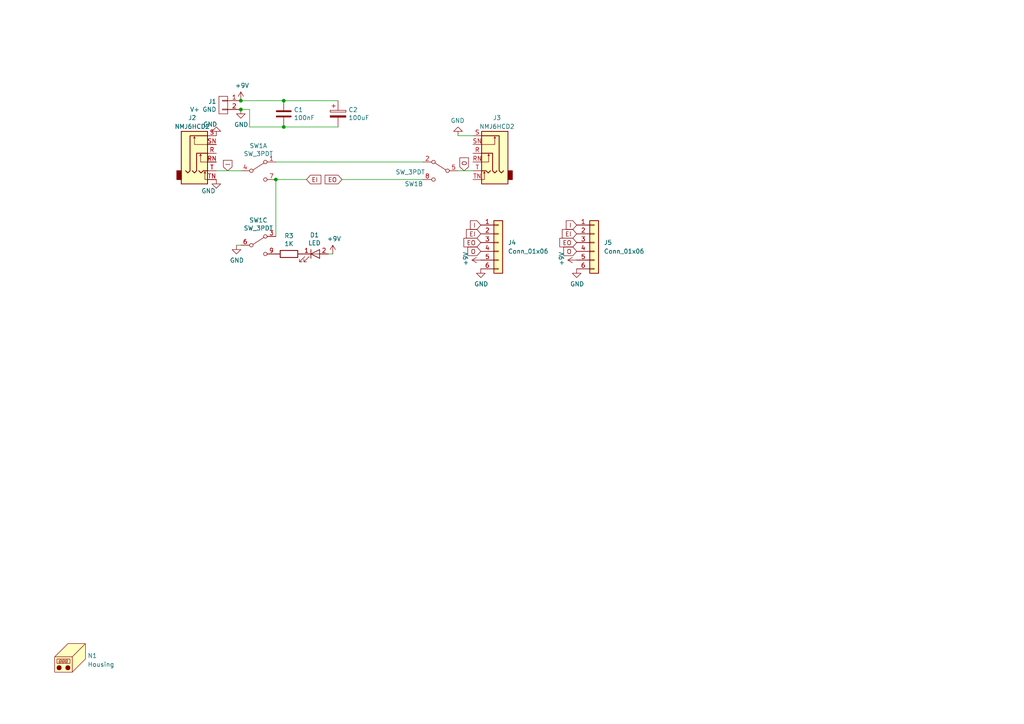
<source format=kicad_sch>
(kicad_sch (version 20230121) (generator eeschema)
  (paper "A4")
  (lib_symbols
    (symbol "1590B-rescue:C-device" (pin_numbers hide) (pin_names (offset 0.254))
      (property "Reference" "C" (at 0.635 2.54 0))
      (property "Value" "device:C" (at 0.635 -2.54 0))
      (symbol "C-device_0_1"
        (polyline (pts (xy -2.032 -0.762) (xy 2.032 -0.762)) (stroke (width 0.508)))
        (polyline (pts (xy -2.032 0.762) (xy 2.032 0.762)) (stroke (width 0.508)))
      )
      (symbol "C-device_1_1"
        (pin passive line (at 0 3.81 270) (length 2.794) (name "~") (number "1"))
        (pin passive line (at 0 -3.81 90) (length 2.794) (name "~") (number "2"))
      )
    )
    (symbol "1590B-rescue:CONN_01X02-conn" (pin_names (offset 1.016) hide)
      (property "Reference" "J" (at 0 3.81 0))
      (property "Value" "conn:CONN_01X02" (at 2.54 0 90))
      (symbol "CONN_01X02-conn_0_1"
        (rectangle (start -1.27 -1.143) (end 0.254 -1.397))
        (rectangle (start -1.27 1.397) (end 0.254 1.143))
        (rectangle (start -1.27 2.54) (end 1.27 -2.54))
      )
      (symbol "CONN_01X02-conn_1_1"
        (pin passive line (at -5.08 1.27 0) (length 3.81) (name "P1") (number "1"))
        (pin passive line (at -5.08 -1.27 0) (length 3.81) (name "P2") (number "2"))
      )
    )
    (symbol "1590B-rescue:CP-device" (pin_numbers hide) (pin_names (offset 0.254))
      (property "Reference" "C" (at 0.635 2.54 0))
      (property "Value" "device:CP" (at 0.635 -2.54 0))
      (symbol "CP-device_0_1"
        (rectangle (start -2.286 0.508) (end -2.286 1.016))
        (rectangle (start -2.286 0.508) (end 2.286 0.508))
        (polyline (pts (xy -1.778 2.286) (xy -0.762 2.286)))
        (polyline (pts (xy -1.27 2.794) (xy -1.27 1.778)))
        (rectangle (start 2.286 -0.508) (end -2.286 -1.016) (fill (type outline)))
        (rectangle (start 2.286 1.016) (end -2.286 1.016))
        (rectangle (start 2.286 1.016) (end 2.286 0.508))
      )
      (symbol "CP-device_1_1"
        (pin passive line (at 0 3.81 270) (length 2.794) (name "~") (number "1"))
        (pin passive line (at 0 -3.81 90) (length 2.794) (name "~") (number "2"))
      )
    )
    (symbol "1590B-rescue:LED-device" (pin_names (offset 1.016) hide)
      (property "Reference" "D" (at 0 2.54 0))
      (property "Value" "device:LED" (at 0 -2.54 0))
      (symbol "LED-device_0_1"
        (polyline (pts (xy -1.27 -1.27) (xy -1.27 1.27)) (stroke (width 0.2032)))
        (polyline (pts (xy -1.27 0) (xy 1.27 0)))
        (polyline (pts (xy 1.27 -1.27) (xy 1.27 1.27) (xy -1.27 0) (xy 1.27 -1.27)) (stroke (width 0.2032)))
        (polyline (pts (xy -3.048 -0.762) (xy -4.572 -2.286) (xy -3.81 -2.286) (xy -4.572 -2.286) (xy -4.572 -1.524)))
        (polyline (pts (xy -1.778 -0.762) (xy -3.302 -2.286) (xy -2.54 -2.286) (xy -3.302 -2.286) (xy -3.302 -1.524)))
      )
      (symbol "LED-device_1_1"
        (pin passive line (at -3.81 0 0) (length 2.54) (name "K") (number "1"))
        (pin passive line (at 3.81 0 180) (length 2.54) (name "A") (number "2"))
      )
    )
    (symbol "1590B-rescue:R-device" (pin_numbers hide) (pin_names (offset 0))
      (property "Reference" "R" (at 2.032 0 90))
      (property "Value" "device:R" (at 0 0 90))
      (symbol "R-device_0_1"
        (rectangle (start -1.016 -2.54) (end 1.016 2.54) (stroke (width 0.254)))
      )
      (symbol "R-device_1_1"
        (pin passive line (at 0 3.81 270) (length 1.27) (name "~") (number "1"))
        (pin passive line (at 0 -3.81 90) (length 1.27) (name "~") (number "2"))
      )
    )
    (symbol "1590B-rescue:SW_3PDT-switches" (pin_names (offset 0) hide)
      (property "Reference" "SW" (at 0 4.318 0))
      (property "Value" "switches:SW_3PDT" (at 0 -5.08 0))
      (symbol "SW_3PDT-switches_0_0"
        (circle (center -2.032 0) (radius 0.508))
        (circle (center 2.032 -2.54) (radius 0.508))
      )
      (symbol "SW_3PDT-switches_0_1"
        (polyline (pts (xy -1.524 0.254) (xy 1.651 2.286)))
        (circle (center 2.032 2.54) (radius 0.508))
      )
      (symbol "SW_3PDT-switches_1_1"
        (pin passive line (at 5.08 2.54 180) (length 2.54) (name "A") (number "1"))
        (pin passive line (at -5.08 0 0) (length 2.54) (name "B") (number "4"))
        (pin passive line (at 5.08 -2.54 180) (length 2.54) (name "C") (number "7"))
      )
      (symbol "SW_3PDT-switches_2_1"
        (pin passive line (at 5.08 2.54 180) (length 2.54) (name "A") (number "2"))
        (pin passive line (at -5.08 0 0) (length 2.54) (name "B") (number "5"))
        (pin passive line (at 5.08 -2.54 180) (length 2.54) (name "C") (number "8"))
      )
      (symbol "SW_3PDT-switches_3_1"
        (pin passive line (at 5.08 2.54 180) (length 2.54) (name "A") (number "3"))
        (pin passive line (at -5.08 0 0) (length 2.54) (name "B") (number "6"))
        (pin passive line (at 5.08 -2.54 180) (length 2.54) (name "C") (number "9"))
      )
    )
    (symbol "Connector_Audio:NMJ6HCD2"
      (property "Reference" "J" (at 0 11.43 0))
      (property "Value" "NMJ6HCD2" (at 0 8.89 0))
      (symbol "NMJ6HCD2_0_1"
        (rectangle (start -5.08 -5.08) (end -6.35 -7.62) (stroke (width 0.254)) (fill (type outline)))
        (polyline (pts (xy -1.27 4.826) (xy -1.016 4.318)))
        (polyline (pts (xy 0.508 -0.254) (xy 0.762 -0.762)))
        (polyline (pts (xy 1.778 -5.334) (xy 2.032 -5.842)))
        (polyline (pts (xy 0 -5.08) (xy 0.635 -5.715) (xy 1.27 -5.08) (xy 2.54 -5.08)) (stroke (width 0.254)))
        (polyline (pts (xy 2.54 -7.62) (xy 1.778 -7.62) (xy 1.778 -5.334) (xy 1.524 -5.842)))
        (polyline (pts (xy 2.54 -2.54) (xy 0.508 -2.54) (xy 0.508 -0.254) (xy 0.254 -0.762)))
        (polyline (pts (xy 2.54 2.54) (xy -1.27 2.54) (xy -1.27 4.826) (xy -1.524 4.318)))
        (polyline (pts (xy -1.905 -5.08) (xy -1.27 -5.715) (xy -0.635 -5.08) (xy -0.635 0) (xy 2.54 0)) (stroke (width 0.254)))
        (polyline (pts (xy 2.54 5.08) (xy -2.54 5.08) (xy -2.54 -5.08) (xy -3.175 -5.715) (xy -3.81 -5.08)) (stroke (width 0.254)))
        (rectangle (start 2.54 6.35) (end -5.08 -8.89) (stroke (width 0.254)) (fill (type background)))
      )
      (symbol "NMJ6HCD2_1_1"
        (pin passive line (at 5.08 0 180) (length 2.54) (name "~") (number "R"))
        (pin passive line (at 5.08 -2.54 180) (length 2.54) (name "~") (number "RN"))
        (pin passive line (at 5.08 5.08 180) (length 2.54) (name "~") (number "S"))
        (pin passive line (at 5.08 2.54 180) (length 2.54) (name "~") (number "SN"))
        (pin passive line (at 5.08 -5.08 180) (length 2.54) (name "~") (number "T"))
        (pin passive line (at 5.08 -7.62 180) (length 2.54) (name "~") (number "TN"))
      )
    )
    (symbol "Connector_Generic:Conn_01x06" (pin_names (offset 1.016) hide)
      (property "Reference" "J" (at 0 7.62 0))
      (property "Value" "Conn_01x06" (at 0 -10.16 0))
      (symbol "Conn_01x06_1_1"
        (rectangle (start -1.27 -7.493) (end 0 -7.747) (stroke (width 0.1524)))
        (rectangle (start -1.27 -4.953) (end 0 -5.207) (stroke (width 0.1524)))
        (rectangle (start -1.27 -2.413) (end 0 -2.667) (stroke (width 0.1524)))
        (rectangle (start -1.27 0.127) (end 0 -0.127) (stroke (width 0.1524)))
        (rectangle (start -1.27 2.667) (end 0 2.413) (stroke (width 0.1524)))
        (rectangle (start -1.27 5.207) (end 0 4.953) (stroke (width 0.1524)))
        (rectangle (start -1.27 6.35) (end 1.27 -8.89) (stroke (width 0.254)) (fill (type background)))
        (pin passive line (at -5.08 5.08 0) (length 3.81) (name "Pin_1") (number "1"))
        (pin passive line (at -5.08 2.54 0) (length 3.81) (name "Pin_2") (number "2"))
        (pin passive line (at -5.08 0 0) (length 3.81) (name "Pin_3") (number "3"))
        (pin passive line (at -5.08 -2.54 0) (length 3.81) (name "Pin_4") (number "4"))
        (pin passive line (at -5.08 -5.08 0) (length 3.81) (name "Pin_5") (number "5"))
        (pin passive line (at -5.08 -7.62 0) (length 3.81) (name "Pin_6") (number "6"))
      )
    )
    (symbol "Mechanical:Housing" (pin_names (offset 1.016))
      (property "Reference" "N" (at 3.81 0 0))
      (property "Value" "Housing" (at 3.81 -1.905 0))
      (symbol "Housing_0_1"
        (rectangle (start -5.08 -0.635) (end -1.27 -1.905))
        (circle (center -4.445 -3.175) (radius 0.635) (fill (type outline)))
        (circle (center -1.905 -3.175) (radius 0.635) (fill (type outline)))
        (polyline (pts (xy -4.5212 -1.5748) (xy -4.4704 -1.3716)))
        (polyline (pts (xy -4.4196 -1.6764) (xy -4.064 -1.6764)))
        (polyline (pts (xy -4.4196 -1.2192) (xy -4.3688 -0.9652)))
        (polyline (pts (xy -4.318 -1.3208) (xy -4.0132 -1.3208)))
        (polyline (pts (xy -4.2164 -0.9144) (xy -3.9116 -0.9144)))
        (polyline (pts (xy -3.9116 -1.6256) (xy -3.8608 -1.3716)))
        (polyline (pts (xy -3.81 -1.2192) (xy -3.7592 -0.9652)))
        (polyline (pts (xy -3.6068 -1.5748) (xy -3.556 -1.3716)))
        (polyline (pts (xy -3.5052 -1.6764) (xy -3.1496 -1.6764)))
        (polyline (pts (xy -3.5052 -1.2192) (xy -3.4544 -0.9652)))
        (polyline (pts (xy -3.4036 -1.3208) (xy -3.0988 -1.3208)))
        (polyline (pts (xy -3.302 -0.9144) (xy -2.9972 -0.9144)))
        (polyline (pts (xy -2.9972 -1.6256) (xy -2.9464 -1.3716)))
        (polyline (pts (xy -2.8956 -1.2192) (xy -2.8448 -0.9652)))
        (polyline (pts (xy -2.6924 -1.5748) (xy -2.6416 -1.3716)))
        (polyline (pts (xy -2.5908 -1.6764) (xy -2.2352 -1.6764)))
        (polyline (pts (xy -2.5908 -1.2192) (xy -2.54 -0.9652)))
        (polyline (pts (xy -2.4892 -1.3208) (xy -2.1844 -1.3208)))
        (polyline (pts (xy -2.3876 -0.9144) (xy -2.0828 -0.9144)))
        (polyline (pts (xy -2.0828 -1.6256) (xy -2.032 -1.3716)))
        (polyline (pts (xy -1.9812 -1.2192) (xy -1.9304 -0.9652)))
        (polyline (pts (xy -0.635 0) (xy -0.635 -4.445)))
        (polyline (pts (xy -5.715 0) (xy -0.635 0) (xy 3.175 3.81)))
        (polyline (pts (xy -5.715 0) (xy -5.715 -4.445) (xy -0.635 -4.445) (xy 3.175 -0.635) (xy 3.175 3.81) (xy -1.905 3.81) (xy -5.715 0)) (fill (type background)))
      )
    )
    (symbol "power:+9V" (power) (pin_names (offset 0))
      (property "Value" "+9V" (at 0 3.556 0))
      (symbol "+9V_0_1"
        (polyline (pts (xy -0.762 1.27) (xy 0 2.54)))
        (polyline (pts (xy 0 0) (xy 0 2.54)))
        (polyline (pts (xy 0 2.54) (xy 0.762 1.27)))
      )
      (symbol "+9V_1_1"
        (pin power_in line (at 0 0 90) (length 0) hide (name "+9V") (number "1"))
      )
    )
    (symbol "power:GND" (power) (pin_names (offset 0))
      (property "Value" "GND" (at 0 -3.81 0))
      (symbol "GND_0_1"
        (polyline (pts (xy 0 0) (xy 0 -1.27) (xy 1.27 -1.27) (xy 0 -2.54) (xy -1.27 -1.27) (xy 0 -1.27)))
      )
      (symbol "GND_1_1"
        (pin power_in line (at 0 0 270) (length 0) hide (name "GND") (number "1"))
      )
    )
  )
  (junction (at 82.296 29.21))
  (junction (at 80.01 52.07))
  (junction (at 69.85 31.75))
  (junction (at 82.296 36.83))
  (junction (at 69.85 29.21))
  (wire (pts (xy 72.39 36.83) (xy 82.296 36.83)))
  (wire (pts (xy 137.16 39.37) (xy 132.842 39.37)))
  (wire (pts (xy 72.39 31.75) (xy 72.39 36.83)))
  (wire (pts (xy 137.16 49.53) (xy 132.842 49.53)))
  (wire (pts (xy 62.738 49.53) (xy 69.85 49.53)))
  (wire (pts (xy 69.85 71.12) (xy 68.58 71.12)))
  (wire (pts (xy 69.85 31.75) (xy 72.39 31.75)))
  (wire (pts (xy 99.187 52.07) (xy 122.682 52.07)))
  (wire (pts (xy 82.296 36.83) (xy 98.044 36.83)))
  (wire (pts (xy 80.01 52.07) (xy 80.01 68.58)))
  (wire (pts (xy 80.01 46.99) (xy 122.682 46.99)))
  (wire (pts (xy 98.044 29.21) (xy 82.296 29.21)))
  (wire (pts (xy 69.85 29.21) (xy 82.296 29.21)))
  (wire (pts (xy 95.25 73.66) (xy 96.52 73.66)))
  (wire (pts (xy 80.01 52.07) (xy 88.9 52.07)))
  (global_label "I" (shape input) (at 139.446 65.278 180) (property "Intersheetrefs" "${INTERSHEET_REFS}" (effects hide)))
  (global_label "EI" (shape input) (at 139.446 67.818 180) (property "Intersheetrefs" "${INTERSHEET_REFS}" (effects hide)))
  (global_label "EO" (shape input) (at 99.187 52.07 180) (property "Intersheetrefs" "${INTERSHEET_REFS}" (effects hide)))
  (global_label "O" (shape input) (at 139.446 72.898 180) (property "Intersheetrefs" "${INTERSHEET_REFS}" (effects hide)))
  (global_label "I" (shape input) (at 66.04 49.53 90) (property "Intersheetrefs" "${INTERSHEET_REFS}" (effects hide)))
  (global_label "I" (shape input) (at 167.259 65.278 180) (property "Intersheetrefs" "${INTERSHEET_REFS}" (effects hide)))
  (global_label "EO" (shape input) (at 139.446 70.358 180) (property "Intersheetrefs" "${INTERSHEET_REFS}" (effects hide)))
  (global_label "O" (shape input) (at 167.259 72.898 180) (property "Intersheetrefs" "${INTERSHEET_REFS}" (effects hide)))
  (global_label "EI" (shape input) (at 167.259 67.818 180) (property "Intersheetrefs" "${INTERSHEET_REFS}" (effects hide)))
  (global_label "EI" (shape input) (at 88.9 52.07 0) (property "Intersheetrefs" "${INTERSHEET_REFS}" (effects hide)))
  (global_label "O" (shape input) (at 134.62 49.53 90) (property "Intersheetrefs" "${INTERSHEET_REFS}" (effects hide)))
  (global_label "EO" (shape input) (at 167.259 70.358 180) (property "Intersheetrefs" "${INTERSHEET_REFS}" (effects hide)))
  (symbol (lib_id "Connector_Generic:Conn_01x06") (at 172.339 70.358 0) (unit 1)
    (property "Reference" "J5" (at 175.133 70.358 0) (effects (justify left)))
    (property "Value" "Conn_01x06" (at 175.133 72.898 0) (effects (justify left)))
    (property "Footprint" "Connector_PinHeader_2.54mm:PinHeader_1x06_P2.54mm_Vertical" (effects hide))
  )
  (symbol (lib_id "power:+9V") (at 167.259 75.438 90) (unit 1)
    (property "Reference" "#PWR08" (effects hide))
    (property "Value" "+9V" (at 162.8648 75.057 0))
  )
  (symbol (lib_id "power:+9V") (at 139.446 75.438 90) (unit 1)
    (property "Reference" "#PWR08" (effects hide))
    (property "Value" "+9V" (at 135.0518 75.057 0))
    (instances (project "1590TOP" (path "" (reference "#PWR08") (unit 1)) (path "" (reference "#PWR01") (unit 1))))
  )
  (symbol (lib_id "Connector_Audio:NMJ6HCD2") (at 142.24 44.45 0) (mirror y) (unit 1)
    (property "Reference" "J3" (at 144.145 34.163 0))
    (property "Value" "NMJ6HCD2" (at 144.145 36.703 0))
    (property "Footprint" "Connector_Audio:Jack_6.35mm_Neutrik_NMJ6HCD2_Horizontal" (effects hide))
    (property "Datasheet" "https://www.neutrik.com/en/product/nmj6hcd2" (effects hide))
  )
  (symbol (lib_id "1590B-rescue:C-device") (at 82.296 33.02 180) (unit 1)
    (property "Reference" "C1" (at 85.217 31.8516 0) (effects (justify right)))
    (property "Value" "100nF" (at 85.217 34.163 0) (effects (justify right)))
    (property "Footprint" "Capacitors_ThroughHole:C_Rect_L7_W3.5_P5" (effects hide))
  )
  (symbol (lib_id "power:GND") (at 167.259 77.978 0) (unit 1)
    (property "Reference" "#PWR07" (effects hide))
    (property "Value" "GND" (at 167.386 82.3722 0))
    (instances (project "1590TOP" (path "" (reference "#PWR07") (unit 1)) (path "" (reference "#PWR09") (unit 1))))
  )
  (symbol (lib_id "1590B-rescue:SW_3PDT-switches") (at 74.93 71.12 0) (unit 3)
    (property "Reference" "SW1" (at 74.93 63.881 0))
    (property "Value" "SW_3PDT" (at 74.93 66.1924 0))
    (property "Footprint" "KiCad Lib:3PDT-Footswitch" (effects hide))
  )
  (symbol (lib_id "power:GND") (at 62.738 39.37 180) (unit 1)
    (property "Reference" "#PWR011" (effects hide))
    (property "Value" "GND" (at 60.96 36.068 0))
    (instances (project "1590TOP" (path "" (reference "#PWR011") (unit 1)) (path "" (reference "#PWR06") (unit 1))))
  )
  (symbol (lib_id "power:+9V") (at 96.52 73.66 0) (unit 1)
    (property "Reference" "#PWR08" (effects hide))
    (property "Value" "+9V" (at 96.901 69.2658 0))
    (instances (project "1590TOP" (path "" (reference "#PWR08") (unit 1)) (path "" (reference "#PWR013") (unit 1))))
  )
  (symbol (lib_id "Mechanical:Housing") (at 21.59 190.5 0) (unit 1)
    (property "Reference" "N1" (at 25.4 190.1825 0) (effects (justify left)))
    (property "Value" "Housing" (at 25.4 192.7225 0) (effects (justify left)))
    (property "Footprint" "Pedal-Components:1590B" (effects hide))
  )
  (symbol (lib_id "power:+9V") (at 69.85 29.21 0) (unit 1)
    (property "Reference" "#PWR01" (effects hide))
    (property "Value" "+9V" (at 70.231 24.8158 0))
    (instances (project "1590TOP" (path "" (reference "#PWR01") (unit 1)) (path "" (reference "#PWR04") (unit 1))))
  )
  (symbol (lib_id "1590B-rescue:CONN_01X02-conn") (at 64.77 30.48 0) (mirror y) (unit 1)
    (property "Reference" "J1" (at 62.7888 29.4386 0) (effects (justify left)))
    (property "Value" "V+ GND" (at 62.7888 31.75 0) (effects (justify left)))
    (property "Footprint" "Connector_PinHeader_2.54mm:PinHeader_1x02_P2.54mm_Vertical" (effects hide))
  )
  (symbol (lib_id "1590B-rescue:R-device") (at 83.82 73.66 270) (unit 1)
    (property "Reference" "R3" (at 83.82 68.4022 90))
    (property "Value" "1K" (at 83.82 70.7136 90))
    (property "Footprint" "Resistors_ThroughHole:Resistor_Horizontal_RM7mm" (effects hide))
    (instances (project "1590TOP" (path "" (reference "R3") (unit 1)) (path "" (reference "R2") (unit 1))))
  )
  (symbol (lib_id "1590B-rescue:SW_3PDT-switches") (at 74.93 49.53 0) (unit 1)
    (property "Reference" "SW1" (at 74.93 42.291 0))
    (property "Value" "SW_3PDT" (at 74.93 44.6024 0))
    (property "Footprint" "KiCad Lib:3PDT-Footswitch" (effects hide))
  )
  (symbol (lib_id "power:GND") (at 139.446 77.978 0) (unit 1)
    (property "Reference" "#PWR07" (effects hide))
    (property "Value" "GND" (at 139.573 82.3722 0))
    (instances (project "1590TOP" (path "" (reference "#PWR07") (unit 1)) (path "" (reference "#PWR02") (unit 1))))
  )
  (symbol (lib_id "power:GND") (at 62.738 52.07 0) (unit 1)
    (property "Reference" "#PWR013" (effects hide))
    (property "Value" "GND" (at 60.452 55.372 0))
    (instances (project "1590TOP" (path "" (reference "#PWR013") (unit 1)) (path "" (reference "#PWR07") (unit 1))))
  )
  (symbol (lib_id "power:GND") (at 132.842 39.37 180) (unit 1)
    (property "Reference" "#PWR012" (effects hide))
    (property "Value" "GND" (at 132.715 34.9758 0))
    (instances (project "1590TOP" (path "" (reference "#PWR012") (unit 1)) (path "" (reference "#PWR015") (unit 1))))
  )
  (symbol (lib_id "Connector_Audio:NMJ6HCD2") (at 57.658 44.45 0) (unit 1)
    (property "Reference" "J2" (at 55.753 34.163 0))
    (property "Value" "NMJ6HCD2" (at 55.753 36.703 0))
    (property "Footprint" "Connector_Audio:Jack_6.35mm_Neutrik_NMJ6HCD2_Horizontal" (effects hide))
    (property "Datasheet" "https://www.neutrik.com/en/product/nmj6hcd2" (effects hide))
  )
  (symbol (lib_id "power:GND") (at 68.58 71.12 0) (unit 1)
    (property "Reference" "#PWR07" (effects hide))
    (property "Value" "GND" (at 68.707 75.5142 0))
    (instances (project "1590TOP" (path "" (reference "#PWR07") (unit 1)) (path "" (reference "#PWR03") (unit 1))))
  )
  (symbol (lib_id "1590B-rescue:LED-device") (at 91.44 73.66 0) (unit 1)
    (property "Reference" "D1" (at 91.2114 68.1736 0))
    (property "Value" "LED" (at 91.2114 70.485 0))
    (property "Footprint" "LEDs:LED-5MM" (effects hide))
  )
  (symbol (lib_id "Connector_Generic:Conn_01x06") (at 144.526 70.358 0) (unit 1)
    (property "Reference" "J4" (at 147.32 70.358 0) (effects (justify left)))
    (property "Value" "Conn_01x06" (at 147.32 72.898 0) (effects (justify left)))
    (property "Footprint" "Connector_PinHeader_2.54mm:PinHeader_1x06_P2.54mm_Vertical" (effects hide))
  )
  (symbol (lib_id "1590B-rescue:CP-device") (at 98.044 33.02 0) (unit 1)
    (property "Reference" "C2" (at 101.0412 31.8516 0) (effects (justify left)))
    (property "Value" "100uF" (at 101.0412 34.163 0) (effects (justify left)))
    (property "Footprint" "Capacitors_THT:CP_Radial_D8.0mm_P2.50mm" (effects hide))
  )
  (symbol (lib_id "power:GND") (at 69.85 31.75 0) (unit 1)
    (property "Reference" "#PWR02" (effects hide))
    (property "Value" "GND" (at 69.977 36.1442 0))
    (instances (project "1590TOP" (path "" (reference "#PWR02") (unit 1)) (path "" (reference "#PWR05") (unit 1))))
  )
  (symbol (lib_id "1590B-rescue:SW_3PDT-switches") (at 127.762 49.53 0) (mirror y) (unit 2)
    (property "Reference" "SW1" (at 120.015 53.34 0))
    (property "Value" "SW_3PDT" (at 118.999 49.911 0))
    (property "Footprint" "KiCad Lib:3PDT-Footswitch" (effects hide))
  )
)
</source>
